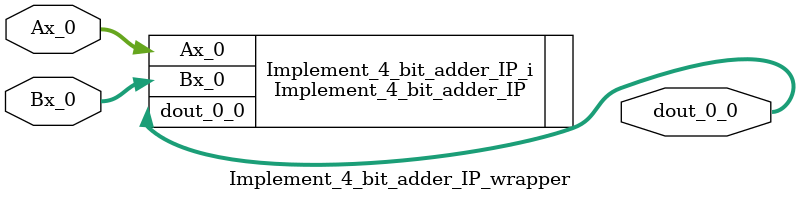
<source format=v>
`timescale 1 ps / 1 ps

module Implement_4_bit_adder_IP_wrapper
   (Ax_0,
    Bx_0,
    dout_0_0);
  input [3:0]Ax_0;
  input [3:0]Bx_0;
  output [4:0]dout_0_0;

  wire [3:0]Ax_0;
  wire [3:0]Bx_0;
  wire [4:0]dout_0_0;

  Implement_4_bit_adder_IP Implement_4_bit_adder_IP_i
       (.Ax_0(Ax_0),
        .Bx_0(Bx_0),
        .dout_0_0(dout_0_0));
endmodule

</source>
